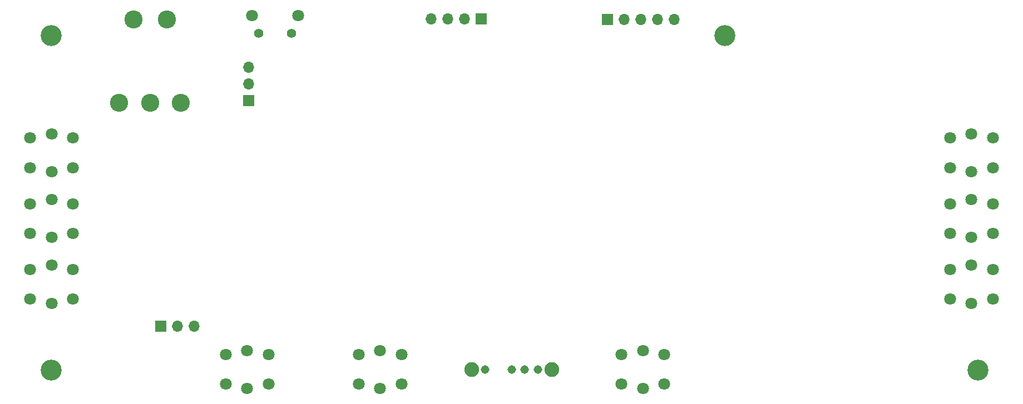
<source format=gbr>
%TF.GenerationSoftware,KiCad,Pcbnew,5.1.10-88a1d61d58~90~ubuntu20.04.1*%
%TF.CreationDate,2022-04-11T18:47:40-06:00*%
%TF.ProjectId,controller,636f6e74-726f-46c6-9c65-722e6b696361,rev?*%
%TF.SameCoordinates,Original*%
%TF.FileFunction,Soldermask,Bot*%
%TF.FilePolarity,Negative*%
%FSLAX46Y46*%
G04 Gerber Fmt 4.6, Leading zero omitted, Abs format (unit mm)*
G04 Created by KiCad (PCBNEW 5.1.10-88a1d61d58~90~ubuntu20.04.1) date 2022-04-11 18:47:40*
%MOMM*%
%LPD*%
G01*
G04 APERTURE LIST*
%ADD10C,1.800000*%
%ADD11O,1.700000X1.700000*%
%ADD12R,1.700000X1.700000*%
%ADD13C,1.408000*%
%ADD14C,2.250000*%
%ADD15C,1.308000*%
%ADD16C,2.750000*%
%ADD17C,3.200000*%
G04 APERTURE END LIST*
D10*
%TO.C,SW9*%
X68000000Y-155250000D03*
X61500000Y-155250000D03*
X68000000Y-150750000D03*
X61500000Y-150750000D03*
X64750000Y-155900000D03*
X64750000Y-150100000D03*
%TD*%
%TO.C,SW8*%
X88250000Y-155250000D03*
X81750000Y-155250000D03*
X88250000Y-150750000D03*
X81750000Y-150750000D03*
X85000000Y-155900000D03*
X85000000Y-150100000D03*
%TD*%
%TO.C,SW7*%
X128250000Y-155250000D03*
X121750000Y-155250000D03*
X128250000Y-150750000D03*
X121750000Y-150750000D03*
X125000000Y-155900000D03*
X125000000Y-150100000D03*
%TD*%
%TO.C,SW6*%
X178250000Y-142250000D03*
X171750000Y-142250000D03*
X178250000Y-137750000D03*
X171750000Y-137750000D03*
X175000000Y-142900000D03*
X175000000Y-137100000D03*
%TD*%
%TO.C,SW5*%
X178250000Y-132250000D03*
X171750000Y-132250000D03*
X178250000Y-127750000D03*
X171750000Y-127750000D03*
X175000000Y-132900000D03*
X175000000Y-127100000D03*
%TD*%
%TO.C,SW4*%
X178250000Y-122250000D03*
X171750000Y-122250000D03*
X178250000Y-117750000D03*
X171750000Y-117750000D03*
X175000000Y-122900000D03*
X175000000Y-117100000D03*
%TD*%
%TO.C,SW3*%
X38250000Y-142250000D03*
X31750000Y-142250000D03*
X38250000Y-137750000D03*
X31750000Y-137750000D03*
X35000000Y-142900000D03*
X35000000Y-137100000D03*
%TD*%
%TO.C,SW2*%
X38250000Y-132250000D03*
X31750000Y-132250000D03*
X38250000Y-127750000D03*
X31750000Y-127750000D03*
X35000000Y-132900000D03*
X35000000Y-127100000D03*
%TD*%
%TO.C,SW1*%
X38250000Y-122250000D03*
X31750000Y-122250000D03*
X38250000Y-117750000D03*
X31750000Y-117750000D03*
X35000000Y-122900000D03*
X35000000Y-117100000D03*
%TD*%
D11*
%TO.C,J5*%
X56680000Y-146400000D03*
X54140000Y-146400000D03*
D12*
X51600000Y-146400000D03*
%TD*%
D10*
%TO.C,J4*%
X65500000Y-99100000D03*
X72500000Y-99100000D03*
D13*
X66500000Y-101800000D03*
X71500000Y-101800000D03*
%TD*%
D14*
%TO.C,S1*%
X111100000Y-153000000D03*
X98900000Y-153000000D03*
D15*
X109000000Y-153000000D03*
X107000000Y-153000000D03*
X101000000Y-153000000D03*
X105000000Y-153000000D03*
%TD*%
D16*
%TO.C,SW10*%
X47460000Y-99650000D03*
X52540000Y-99650000D03*
X45300000Y-112350000D03*
X50000000Y-112350000D03*
X54700000Y-112350000D03*
%TD*%
D11*
%TO.C,J3*%
X92780000Y-99600000D03*
X95320000Y-99600000D03*
X97860000Y-99600000D03*
D12*
X100400000Y-99600000D03*
%TD*%
D11*
%TO.C,J2*%
X65000000Y-106920000D03*
X65000000Y-109460000D03*
D12*
X65000000Y-112000000D03*
%TD*%
D11*
%TO.C,J1*%
X129760000Y-99700000D03*
X127220000Y-99700000D03*
X124680000Y-99700000D03*
X122140000Y-99700000D03*
D12*
X119600000Y-99700000D03*
%TD*%
D17*
%TO.C,H4*%
X34900000Y-153100000D03*
%TD*%
%TO.C,H3*%
X176000000Y-153100000D03*
%TD*%
%TO.C,H2*%
X137500000Y-102100000D03*
%TD*%
%TO.C,H1*%
X34900000Y-102100000D03*
%TD*%
M02*

</source>
